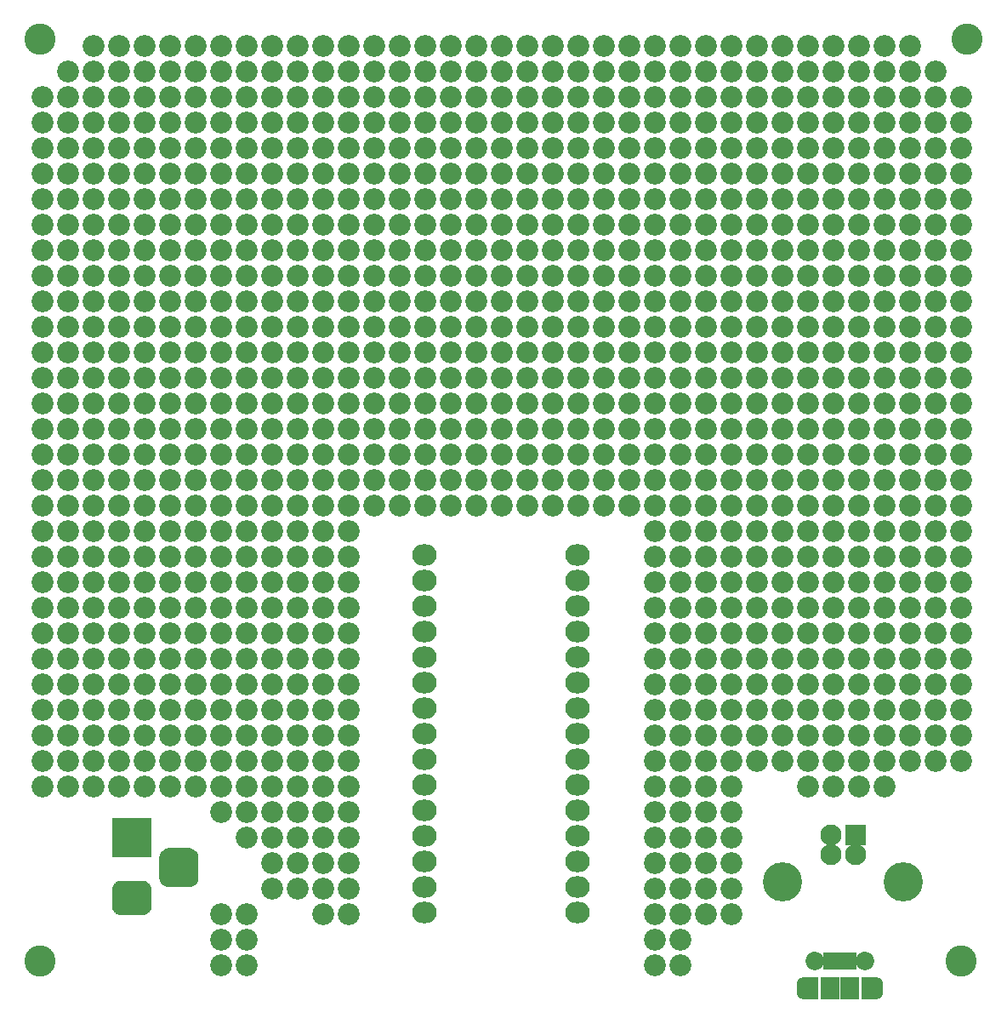
<source format=gts>
G04 #@! TF.GenerationSoftware,KiCad,Pcbnew,(5.0.0)*
G04 #@! TF.CreationDate,2019-08-07T20:49:05+02:00*
G04 #@! TF.ProjectId,Arduino_Nano_Breadboard,41726475696E6F5F4E616E6F5F427265,rev?*
G04 #@! TF.SameCoordinates,Original*
G04 #@! TF.FileFunction,Soldermask,Top*
G04 #@! TF.FilePolarity,Negative*
%FSLAX46Y46*%
G04 Gerber Fmt 4.6, Leading zero omitted, Abs format (unit mm)*
G04 Created by KiCad (PCBNEW (5.0.0)) date 08/07/19 20:49:05*
%MOMM*%
%LPD*%
G01*
G04 APERTURE LIST*
%ADD10C,2.178000*%
%ADD11C,3.900000*%
%ADD12C,2.100000*%
%ADD13R,2.100000X2.100000*%
%ADD14O,2.432000X2.127200*%
%ADD15C,3.100000*%
%ADD16C,0.100000*%
%ADD17C,3.400000*%
%ADD18R,3.900000X3.900000*%
%ADD19R,1.600000X2.300000*%
%ADD20O,1.600000X2.300000*%
%ADD21R,1.900000X2.300000*%
%ADD22C,1.850000*%
%ADD23R,0.800000X1.750000*%
G04 APERTURE END LIST*
D10*
G04 #@! TO.C,*
X99530000Y-139850000D03*
G04 #@! TD*
G04 #@! TO.C,*
X96990000Y-139850000D03*
G04 #@! TD*
G04 #@! TO.C,*
X81750000Y-50950000D03*
G04 #@! TD*
G04 #@! TO.C,*
X168110000Y-50950000D03*
G04 #@! TD*
G04 #@! TO.C,*
X165570000Y-50950000D03*
G04 #@! TD*
G04 #@! TO.C,*
X165570000Y-48410000D03*
G04 #@! TD*
G04 #@! TO.C,*
X157950000Y-50950000D03*
X155410000Y-50950000D03*
X155410000Y-48410000D03*
X157950000Y-48410000D03*
G04 #@! TD*
G04 #@! TO.C,*
X147790000Y-50950000D03*
X145250000Y-50950000D03*
X145250000Y-48410000D03*
X147790000Y-48410000D03*
G04 #@! TD*
G04 #@! TO.C,*
X163030000Y-50950000D03*
X160490000Y-50950000D03*
X160490000Y-48410000D03*
X163030000Y-48410000D03*
G04 #@! TD*
G04 #@! TO.C,*
X152870000Y-50950000D03*
X150330000Y-50950000D03*
X150330000Y-48410000D03*
X152870000Y-48410000D03*
G04 #@! TD*
G04 #@! TO.C,*
X137630000Y-50950000D03*
X135090000Y-50950000D03*
X135090000Y-48410000D03*
X137630000Y-48410000D03*
G04 #@! TD*
G04 #@! TO.C,*
X127470000Y-50950000D03*
X124930000Y-50950000D03*
X124930000Y-48410000D03*
X127470000Y-48410000D03*
G04 #@! TD*
G04 #@! TO.C,*
X142710000Y-50950000D03*
X140170000Y-50950000D03*
X140170000Y-48410000D03*
X142710000Y-48410000D03*
G04 #@! TD*
G04 #@! TO.C,*
X132550000Y-50950000D03*
X130010000Y-50950000D03*
X130010000Y-48410000D03*
X132550000Y-48410000D03*
G04 #@! TD*
G04 #@! TO.C,*
X122390000Y-48410000D03*
X119850000Y-48410000D03*
X119850000Y-50950000D03*
X122390000Y-50950000D03*
G04 #@! TD*
G04 #@! TO.C,*
X117310000Y-48410000D03*
X114770000Y-48410000D03*
X114770000Y-50950000D03*
X117310000Y-50950000D03*
G04 #@! TD*
G04 #@! TO.C,*
X112230000Y-48410000D03*
X109690000Y-48410000D03*
X109690000Y-50950000D03*
X112230000Y-50950000D03*
G04 #@! TD*
G04 #@! TO.C,*
X107150000Y-48410000D03*
X104610000Y-48410000D03*
X104610000Y-50950000D03*
X107150000Y-50950000D03*
G04 #@! TD*
G04 #@! TO.C,*
X102070000Y-48410000D03*
X99530000Y-48410000D03*
X99530000Y-50950000D03*
X102070000Y-50950000D03*
G04 #@! TD*
G04 #@! TO.C,*
X96990000Y-48410000D03*
X94450000Y-48410000D03*
X94450000Y-50950000D03*
X96990000Y-50950000D03*
G04 #@! TD*
G04 #@! TO.C,*
X91910000Y-48410000D03*
X89370000Y-48410000D03*
X89370000Y-50950000D03*
X91910000Y-50950000D03*
G04 #@! TD*
G04 #@! TO.C,*
X86830000Y-48410000D03*
X84290000Y-48410000D03*
X84290000Y-50950000D03*
X86830000Y-50950000D03*
G04 #@! TD*
G04 #@! TO.C,*
X79210000Y-122070000D03*
G04 #@! TD*
G04 #@! TO.C,*
X81750000Y-122070000D03*
G04 #@! TD*
G04 #@! TO.C,*
X84290000Y-122070000D03*
G04 #@! TD*
G04 #@! TO.C,*
X84290000Y-114450000D03*
X81750000Y-114450000D03*
X79210000Y-114450000D03*
X79210000Y-116990000D03*
X79210000Y-119530000D03*
X81750000Y-119530000D03*
X84290000Y-119530000D03*
X81750000Y-116990000D03*
X84290000Y-116990000D03*
G04 #@! TD*
G04 #@! TO.C,*
X84290000Y-106830000D03*
X81750000Y-106830000D03*
X79210000Y-106830000D03*
X79210000Y-109370000D03*
X79210000Y-111910000D03*
X81750000Y-111910000D03*
X84290000Y-111910000D03*
X81750000Y-109370000D03*
X84290000Y-109370000D03*
G04 #@! TD*
G04 #@! TO.C,*
X84290000Y-99210000D03*
X81750000Y-99210000D03*
X79210000Y-99210000D03*
X79210000Y-101750000D03*
X79210000Y-104290000D03*
X81750000Y-104290000D03*
X84290000Y-104290000D03*
X81750000Y-101750000D03*
X84290000Y-101750000D03*
G04 #@! TD*
G04 #@! TO.C,*
X84290000Y-91590000D03*
X81750000Y-91590000D03*
X79210000Y-91590000D03*
X79210000Y-94130000D03*
X79210000Y-96670000D03*
X81750000Y-96670000D03*
X84290000Y-96670000D03*
X81750000Y-94130000D03*
X84290000Y-94130000D03*
G04 #@! TD*
G04 #@! TO.C,*
X84290000Y-83970000D03*
X81750000Y-83970000D03*
X79210000Y-83970000D03*
X79210000Y-86510000D03*
X79210000Y-89050000D03*
X81750000Y-89050000D03*
X84290000Y-89050000D03*
X81750000Y-86510000D03*
X84290000Y-86510000D03*
G04 #@! TD*
G04 #@! TO.C,*
X84290000Y-76350000D03*
X81750000Y-76350000D03*
X79210000Y-76350000D03*
X79210000Y-78890000D03*
X79210000Y-81430000D03*
X81750000Y-81430000D03*
X84290000Y-81430000D03*
X81750000Y-78890000D03*
X84290000Y-78890000D03*
G04 #@! TD*
G04 #@! TO.C,*
X84290000Y-68730000D03*
X81750000Y-68730000D03*
X79210000Y-68730000D03*
X79210000Y-71270000D03*
X79210000Y-73810000D03*
X81750000Y-73810000D03*
X84290000Y-73810000D03*
X81750000Y-71270000D03*
X84290000Y-71270000D03*
G04 #@! TD*
G04 #@! TO.C,*
X84290000Y-61110000D03*
X81750000Y-61110000D03*
X79210000Y-61110000D03*
X79210000Y-63650000D03*
X79210000Y-66190000D03*
X81750000Y-66190000D03*
X84290000Y-66190000D03*
X81750000Y-63650000D03*
X84290000Y-63650000D03*
G04 #@! TD*
G04 #@! TO.C,*
X84290000Y-53490000D03*
X81750000Y-53490000D03*
X79210000Y-53490000D03*
X79210000Y-56030000D03*
X79210000Y-58570000D03*
X81750000Y-58570000D03*
X84290000Y-58570000D03*
X81750000Y-56030000D03*
X84290000Y-56030000D03*
G04 #@! TD*
G04 #@! TO.C,*
X170650000Y-86510000D03*
G04 #@! TD*
G04 #@! TO.C,*
X170650000Y-83970000D03*
G04 #@! TD*
G04 #@! TO.C,*
X170650000Y-119530000D03*
G04 #@! TD*
G04 #@! TO.C,*
X170650000Y-116990000D03*
G04 #@! TD*
G04 #@! TO.C,*
X170650000Y-114450000D03*
G04 #@! TD*
G04 #@! TO.C,*
X168110000Y-114450000D03*
G04 #@! TD*
G04 #@! TO.C,*
X147790000Y-129690000D03*
X145250000Y-129690000D03*
X145250000Y-127150000D03*
X147790000Y-127150000D03*
G04 #@! TD*
G04 #@! TO.C,*
X147790000Y-124610000D03*
X145250000Y-124610000D03*
X145250000Y-122070000D03*
X147790000Y-122070000D03*
G04 #@! TD*
G04 #@! TO.C,*
X147790000Y-119530000D03*
X145250000Y-119530000D03*
X145250000Y-116990000D03*
X147790000Y-116990000D03*
G04 #@! TD*
G04 #@! TO.C,*
X152870000Y-119530000D03*
X150330000Y-119530000D03*
X150330000Y-116990000D03*
X152870000Y-116990000D03*
G04 #@! TD*
G04 #@! TO.C,*
X157950000Y-119530000D03*
X155410000Y-119530000D03*
X155410000Y-116990000D03*
X157950000Y-116990000D03*
G04 #@! TD*
G04 #@! TO.C,*
X170650000Y-111910000D03*
X168110000Y-111910000D03*
X168110000Y-109370000D03*
X170650000Y-109370000D03*
G04 #@! TD*
G04 #@! TO.C,*
X170650000Y-106830000D03*
X168110000Y-106830000D03*
X168110000Y-104290000D03*
X170650000Y-104290000D03*
G04 #@! TD*
G04 #@! TO.C,*
X170650000Y-101750000D03*
X168110000Y-101750000D03*
X168110000Y-99210000D03*
X170650000Y-99210000D03*
G04 #@! TD*
G04 #@! TO.C,*
X170650000Y-96670000D03*
X168110000Y-96670000D03*
X168110000Y-94130000D03*
X170650000Y-94130000D03*
G04 #@! TD*
G04 #@! TO.C,*
X170650000Y-91590000D03*
X168110000Y-91590000D03*
X168110000Y-89050000D03*
X170650000Y-89050000D03*
G04 #@! TD*
G04 #@! TO.C,*
X168110000Y-86510000D03*
X165570000Y-86510000D03*
X165570000Y-83970000D03*
X168110000Y-83970000D03*
G04 #@! TD*
G04 #@! TO.C,*
X170650000Y-76350000D03*
X168110000Y-76350000D03*
X165570000Y-76350000D03*
X165570000Y-78890000D03*
X165570000Y-81430000D03*
X168110000Y-81430000D03*
X170650000Y-81430000D03*
X168110000Y-78890000D03*
X170650000Y-78890000D03*
G04 #@! TD*
G04 #@! TO.C,*
X170650000Y-68730000D03*
X168110000Y-68730000D03*
X165570000Y-68730000D03*
X165570000Y-71270000D03*
X165570000Y-73810000D03*
X168110000Y-73810000D03*
X170650000Y-73810000D03*
X168110000Y-71270000D03*
X170650000Y-71270000D03*
G04 #@! TD*
G04 #@! TO.C,*
X170650000Y-61110000D03*
X168110000Y-61110000D03*
X165570000Y-61110000D03*
X165570000Y-63650000D03*
X165570000Y-66190000D03*
X168110000Y-66190000D03*
X170650000Y-66190000D03*
X168110000Y-63650000D03*
X170650000Y-63650000D03*
G04 #@! TD*
G04 #@! TO.C,*
X170650000Y-53490000D03*
X168110000Y-53490000D03*
X165570000Y-53490000D03*
X165570000Y-56030000D03*
X165570000Y-58570000D03*
X168110000Y-58570000D03*
X170650000Y-58570000D03*
X168110000Y-56030000D03*
X170650000Y-56030000D03*
G04 #@! TD*
G04 #@! TO.C,*
X163030000Y-86510000D03*
G04 #@! TD*
G04 #@! TO.C,*
X160490000Y-86510000D03*
G04 #@! TD*
G04 #@! TO.C,*
X163030000Y-81430000D03*
X160490000Y-81430000D03*
X160490000Y-83970000D03*
X163030000Y-83970000D03*
G04 #@! TD*
G04 #@! TO.C,*
X157950000Y-58570000D03*
G04 #@! TD*
G04 #@! TO.C,*
X157950000Y-56030000D03*
G04 #@! TD*
G04 #@! TO.C,*
X155410000Y-56030000D03*
G04 #@! TD*
G04 #@! TO.C,*
X152870000Y-56030000D03*
G04 #@! TD*
G04 #@! TO.C,*
X150330000Y-56030000D03*
G04 #@! TD*
G04 #@! TO.C,*
X147790000Y-56030000D03*
G04 #@! TD*
G04 #@! TO.C,*
X145250000Y-56030000D03*
G04 #@! TD*
G04 #@! TO.C,*
X145250000Y-58570000D03*
G04 #@! TD*
G04 #@! TO.C,*
X145250000Y-61110000D03*
G04 #@! TD*
G04 #@! TO.C,*
X163030000Y-78890000D03*
G04 #@! TD*
G04 #@! TO.C,*
X163030000Y-76350000D03*
G04 #@! TD*
G04 #@! TO.C,*
X163030000Y-73810000D03*
G04 #@! TD*
G04 #@! TO.C,*
X104610000Y-129690000D03*
X102070000Y-129690000D03*
X102070000Y-132230000D03*
X104610000Y-132230000D03*
G04 #@! TD*
G04 #@! TO.C,*
X104610000Y-124610000D03*
X102070000Y-124610000D03*
X102070000Y-127150000D03*
X104610000Y-127150000D03*
G04 #@! TD*
G04 #@! TO.C,*
X107150000Y-53490000D03*
G04 #@! TD*
G04 #@! TO.C,*
X168110000Y-119530000D03*
X165570000Y-119530000D03*
X165570000Y-116990000D03*
X168110000Y-116990000D03*
G04 #@! TD*
G04 #@! TO.C,*
X99530000Y-137310000D03*
X96990000Y-137310000D03*
X96990000Y-134770000D03*
X99530000Y-134770000D03*
G04 #@! TD*
G04 #@! TO.C,*
X142710000Y-139850000D03*
X140170000Y-139850000D03*
X140170000Y-137310000D03*
X142710000Y-137310000D03*
G04 #@! TD*
G04 #@! TO.C,*
X163030000Y-56030000D03*
X160490000Y-56030000D03*
X160490000Y-53490000D03*
X163030000Y-53490000D03*
G04 #@! TD*
G04 #@! TO.C,*
X163030000Y-61110000D03*
X160490000Y-61110000D03*
X160490000Y-58570000D03*
X163030000Y-58570000D03*
G04 #@! TD*
G04 #@! TO.C,*
X165570000Y-106830000D03*
X163030000Y-106830000D03*
X163030000Y-104290000D03*
X165570000Y-104290000D03*
G04 #@! TD*
G04 #@! TO.C,*
X160490000Y-106830000D03*
X157950000Y-106830000D03*
X157950000Y-104290000D03*
X160490000Y-104290000D03*
G04 #@! TD*
G04 #@! TO.C,*
X155410000Y-106830000D03*
X152870000Y-106830000D03*
X152870000Y-104290000D03*
X155410000Y-104290000D03*
G04 #@! TD*
G04 #@! TO.C,*
X147790000Y-134770000D03*
X145250000Y-134770000D03*
X145250000Y-132230000D03*
X147790000Y-132230000D03*
G04 #@! TD*
G04 #@! TO.C,*
X142710000Y-132230000D03*
X140170000Y-132230000D03*
X140170000Y-129690000D03*
X142710000Y-129690000D03*
G04 #@! TD*
G04 #@! TO.C,*
X142710000Y-127150000D03*
X140170000Y-127150000D03*
X140170000Y-124610000D03*
X142710000Y-124610000D03*
G04 #@! TD*
G04 #@! TO.C,*
X142710000Y-122070000D03*
X140170000Y-122070000D03*
X140170000Y-119530000D03*
X142710000Y-119530000D03*
G04 #@! TD*
G04 #@! TO.C,*
X142710000Y-116990000D03*
X140170000Y-116990000D03*
X140170000Y-114450000D03*
X142710000Y-114450000D03*
G04 #@! TD*
G04 #@! TO.C,*
X142710000Y-111910000D03*
X140170000Y-111910000D03*
X140170000Y-109370000D03*
X142710000Y-109370000D03*
G04 #@! TD*
G04 #@! TO.C,*
X142710000Y-106830000D03*
X140170000Y-106830000D03*
X140170000Y-104290000D03*
X142710000Y-104290000D03*
G04 #@! TD*
G04 #@! TO.C,*
X142710000Y-101750000D03*
X140170000Y-101750000D03*
X140170000Y-99210000D03*
X142710000Y-99210000D03*
G04 #@! TD*
G04 #@! TO.C,*
X142710000Y-96670000D03*
X140170000Y-96670000D03*
X140170000Y-94130000D03*
X142710000Y-94130000D03*
G04 #@! TD*
G04 #@! TO.C,*
X109690000Y-132230000D03*
X107150000Y-132230000D03*
X107150000Y-129690000D03*
X109690000Y-129690000D03*
G04 #@! TD*
G04 #@! TO.C,*
X109690000Y-127150000D03*
X107150000Y-127150000D03*
X107150000Y-124610000D03*
X109690000Y-124610000D03*
G04 #@! TD*
G04 #@! TO.C,*
X109690000Y-122070000D03*
X107150000Y-122070000D03*
X107150000Y-119530000D03*
X109690000Y-119530000D03*
G04 #@! TD*
G04 #@! TO.C,*
X109690000Y-116990000D03*
X107150000Y-116990000D03*
X107150000Y-114450000D03*
X109690000Y-114450000D03*
G04 #@! TD*
G04 #@! TO.C,*
X109690000Y-111910000D03*
X107150000Y-111910000D03*
X107150000Y-109370000D03*
X109690000Y-109370000D03*
G04 #@! TD*
G04 #@! TO.C,*
X109690000Y-106830000D03*
X107150000Y-106830000D03*
X107150000Y-104290000D03*
X109690000Y-104290000D03*
G04 #@! TD*
G04 #@! TO.C,*
X109690000Y-101750000D03*
X107150000Y-101750000D03*
X107150000Y-99210000D03*
X109690000Y-99210000D03*
G04 #@! TD*
G04 #@! TO.C,*
X109690000Y-96670000D03*
X107150000Y-96670000D03*
X107150000Y-94130000D03*
X109690000Y-94130000D03*
G04 #@! TD*
G04 #@! TO.C,*
X163030000Y-66190000D03*
X160490000Y-66190000D03*
X160490000Y-63650000D03*
X163030000Y-63650000D03*
G04 #@! TD*
G04 #@! TO.C,*
X163030000Y-119530000D03*
X160490000Y-119530000D03*
X160490000Y-116990000D03*
X163030000Y-116990000D03*
G04 #@! TD*
G04 #@! TO.C,*
X150330000Y-61110000D03*
X147790000Y-61110000D03*
X147790000Y-58570000D03*
X150330000Y-58570000D03*
G04 #@! TD*
G04 #@! TO.C,*
X163030000Y-71270000D03*
X160490000Y-71270000D03*
X160490000Y-68730000D03*
X163030000Y-68730000D03*
G04 #@! TD*
G04 #@! TO.C,*
X89370000Y-122070000D03*
X86830000Y-122070000D03*
X86830000Y-119530000D03*
X89370000Y-119530000D03*
G04 #@! TD*
G04 #@! TO.C,*
X89370000Y-116990000D03*
X86830000Y-116990000D03*
X86830000Y-114450000D03*
X89370000Y-114450000D03*
G04 #@! TD*
G04 #@! TO.C,*
X89370000Y-111910000D03*
X86830000Y-111910000D03*
X86830000Y-109370000D03*
X89370000Y-109370000D03*
G04 #@! TD*
G04 #@! TO.C,*
X89370000Y-106830000D03*
X86830000Y-106830000D03*
X86830000Y-104290000D03*
X89370000Y-104290000D03*
G04 #@! TD*
G04 #@! TO.C,*
X89370000Y-101750000D03*
X86830000Y-101750000D03*
X86830000Y-99210000D03*
X89370000Y-99210000D03*
G04 #@! TD*
G04 #@! TO.C,*
X89370000Y-96670000D03*
X86830000Y-96670000D03*
X86830000Y-94130000D03*
X89370000Y-94130000D03*
G04 #@! TD*
G04 #@! TO.C,*
X89370000Y-91590000D03*
X86830000Y-91590000D03*
X86830000Y-89050000D03*
X89370000Y-89050000D03*
G04 #@! TD*
G04 #@! TO.C,*
X89370000Y-86510000D03*
X86830000Y-86510000D03*
X86830000Y-83970000D03*
X89370000Y-83970000D03*
G04 #@! TD*
G04 #@! TO.C,*
X89370000Y-81430000D03*
X86830000Y-81430000D03*
X86830000Y-78890000D03*
X89370000Y-78890000D03*
G04 #@! TD*
G04 #@! TO.C,*
X89370000Y-76350000D03*
X86830000Y-76350000D03*
X86830000Y-73810000D03*
X89370000Y-73810000D03*
G04 #@! TD*
G04 #@! TO.C,*
X89370000Y-71270000D03*
X86830000Y-71270000D03*
X86830000Y-68730000D03*
X89370000Y-68730000D03*
G04 #@! TD*
G04 #@! TO.C,*
X89370000Y-66190000D03*
X86830000Y-66190000D03*
X86830000Y-63650000D03*
X89370000Y-63650000D03*
G04 #@! TD*
G04 #@! TO.C,*
X89370000Y-61110000D03*
X86830000Y-61110000D03*
X86830000Y-58570000D03*
X89370000Y-58570000D03*
G04 #@! TD*
G04 #@! TO.C,*
X89370000Y-56030000D03*
X86830000Y-56030000D03*
X86830000Y-53490000D03*
X89370000Y-53490000D03*
G04 #@! TD*
G04 #@! TO.C,*
X155410000Y-78890000D03*
X152870000Y-78890000D03*
X152870000Y-76350000D03*
X155410000Y-76350000D03*
G04 #@! TD*
G04 #@! TO.C,*
X160490000Y-78890000D03*
X157950000Y-78890000D03*
X157950000Y-76350000D03*
X160490000Y-76350000D03*
G04 #@! TD*
G04 #@! TO.C,*
X99530000Y-127150000D03*
G04 #@! TD*
G04 #@! TO.C,*
X99530000Y-124610000D03*
G04 #@! TD*
G04 #@! TO.C,*
X96990000Y-124610000D03*
G04 #@! TD*
G04 #@! TO.C,*
X163030000Y-122070000D03*
G04 #@! TD*
G04 #@! TO.C,*
X160490000Y-122070000D03*
G04 #@! TD*
G04 #@! TO.C,*
X157950000Y-122070000D03*
G04 #@! TD*
G04 #@! TO.C,*
X155410000Y-122070000D03*
G04 #@! TD*
G04 #@! TO.C,*
X107150000Y-134770000D03*
G04 #@! TD*
G04 #@! TO.C,*
X109690000Y-134770000D03*
G04 #@! TD*
G04 #@! TO.C,*
X142710000Y-134770000D03*
G04 #@! TD*
G04 #@! TO.C,*
X140170000Y-134770000D03*
G04 #@! TD*
G04 #@! TO.C,*
X137630000Y-94130000D03*
G04 #@! TD*
G04 #@! TO.C,*
X135090000Y-94130000D03*
G04 #@! TD*
G04 #@! TO.C,*
X132550000Y-94130000D03*
G04 #@! TD*
G04 #@! TO.C,*
X130010000Y-94130000D03*
G04 #@! TD*
G04 #@! TO.C,*
X127470000Y-94130000D03*
G04 #@! TD*
G04 #@! TO.C,*
X124930000Y-94130000D03*
G04 #@! TD*
G04 #@! TO.C,*
X122390000Y-94130000D03*
G04 #@! TD*
G04 #@! TO.C,*
X119850000Y-94130000D03*
G04 #@! TD*
G04 #@! TO.C,*
X117310000Y-94130000D03*
G04 #@! TD*
G04 #@! TO.C,*
X114770000Y-94130000D03*
G04 #@! TD*
G04 #@! TO.C,*
X157950000Y-53490000D03*
G04 #@! TD*
G04 #@! TO.C,*
X155410000Y-53490000D03*
G04 #@! TD*
G04 #@! TO.C,*
X152870000Y-53490000D03*
G04 #@! TD*
G04 #@! TO.C,*
X160490000Y-73810000D03*
G04 #@! TD*
G04 #@! TO.C,*
X152870000Y-58570000D03*
G04 #@! TD*
G04 #@! TO.C,*
X155410000Y-58570000D03*
G04 #@! TD*
G04 #@! TO.C,*
X91910000Y-53490000D03*
G04 #@! TD*
G04 #@! TO.C,*
X96990000Y-53490000D03*
G04 #@! TD*
G04 #@! TO.C,*
X94450000Y-53490000D03*
G04 #@! TD*
G04 #@! TO.C,*
X99530000Y-53490000D03*
G04 #@! TD*
G04 #@! TO.C,*
X102070000Y-53490000D03*
G04 #@! TD*
G04 #@! TO.C,*
X104610000Y-53490000D03*
G04 #@! TD*
G04 #@! TO.C,*
X109690000Y-53490000D03*
G04 #@! TD*
G04 #@! TO.C,*
X119850000Y-53490000D03*
G04 #@! TD*
G04 #@! TO.C,*
X127470000Y-53490000D03*
G04 #@! TD*
G04 #@! TO.C,*
X122390000Y-53490000D03*
G04 #@! TD*
G04 #@! TO.C,*
X130010000Y-53490000D03*
G04 #@! TD*
G04 #@! TO.C,*
X112230000Y-53490000D03*
G04 #@! TD*
G04 #@! TO.C,*
X114770000Y-53490000D03*
G04 #@! TD*
G04 #@! TO.C,*
X117310000Y-53490000D03*
G04 #@! TD*
G04 #@! TO.C,*
X124930000Y-53490000D03*
G04 #@! TD*
G04 #@! TO.C,*
X132550000Y-53490000D03*
G04 #@! TD*
G04 #@! TO.C,*
X142710000Y-53490000D03*
G04 #@! TD*
G04 #@! TO.C,*
X150330000Y-53490000D03*
G04 #@! TD*
G04 #@! TO.C,*
X145250000Y-53490000D03*
G04 #@! TD*
G04 #@! TO.C,*
X135090000Y-53490000D03*
G04 #@! TD*
G04 #@! TO.C,*
X137630000Y-53490000D03*
G04 #@! TD*
G04 #@! TO.C,*
X140170000Y-53490000D03*
G04 #@! TD*
G04 #@! TO.C,*
X147790000Y-53490000D03*
G04 #@! TD*
G04 #@! TO.C,*
X112230000Y-94130000D03*
G04 #@! TD*
G04 #@! TO.C,*
X142710000Y-81430000D03*
X140170000Y-81430000D03*
X142710000Y-83970000D03*
X140170000Y-83970000D03*
X137630000Y-83970000D03*
X137630000Y-81430000D03*
X137630000Y-78890000D03*
X140170000Y-78890000D03*
X142710000Y-78890000D03*
G04 #@! TD*
G04 #@! TO.C,*
X165570000Y-99210000D03*
X163030000Y-99210000D03*
X165570000Y-101750000D03*
X163030000Y-101750000D03*
X160490000Y-101750000D03*
X160490000Y-99210000D03*
X160490000Y-96670000D03*
X163030000Y-96670000D03*
X165570000Y-96670000D03*
G04 #@! TD*
G04 #@! TO.C,*
X157950000Y-99210000D03*
X155410000Y-99210000D03*
X157950000Y-101750000D03*
X155410000Y-101750000D03*
X152870000Y-101750000D03*
X152870000Y-99210000D03*
X152870000Y-96670000D03*
X155410000Y-96670000D03*
X157950000Y-96670000D03*
G04 #@! TD*
G04 #@! TO.C,*
X165570000Y-91590000D03*
X163030000Y-91590000D03*
X165570000Y-94130000D03*
X163030000Y-94130000D03*
X160490000Y-94130000D03*
X160490000Y-91590000D03*
X160490000Y-89050000D03*
X163030000Y-89050000D03*
X165570000Y-89050000D03*
G04 #@! TD*
G04 #@! TO.C,*
X157950000Y-91590000D03*
X155410000Y-91590000D03*
X157950000Y-94130000D03*
X155410000Y-94130000D03*
X152870000Y-94130000D03*
X152870000Y-91590000D03*
X152870000Y-89050000D03*
X155410000Y-89050000D03*
X157950000Y-89050000D03*
G04 #@! TD*
G04 #@! TO.C,*
X157950000Y-83970000D03*
X155410000Y-83970000D03*
X157950000Y-86510000D03*
X155410000Y-86510000D03*
X152870000Y-86510000D03*
X152870000Y-83970000D03*
X152870000Y-81430000D03*
X155410000Y-81430000D03*
X157950000Y-81430000D03*
G04 #@! TD*
G04 #@! TO.C,*
X150330000Y-111910000D03*
X147790000Y-111910000D03*
X150330000Y-114450000D03*
X147790000Y-114450000D03*
X145250000Y-114450000D03*
X145250000Y-111910000D03*
X145250000Y-109370000D03*
X147790000Y-109370000D03*
X150330000Y-109370000D03*
G04 #@! TD*
G04 #@! TO.C,*
X150330000Y-104290000D03*
X147790000Y-104290000D03*
X150330000Y-106830000D03*
X147790000Y-106830000D03*
X145250000Y-106830000D03*
X145250000Y-104290000D03*
X145250000Y-101750000D03*
X147790000Y-101750000D03*
X150330000Y-101750000D03*
G04 #@! TD*
G04 #@! TO.C,*
X150330000Y-96670000D03*
X147790000Y-96670000D03*
X150330000Y-99210000D03*
X147790000Y-99210000D03*
X145250000Y-99210000D03*
X145250000Y-96670000D03*
X145250000Y-94130000D03*
X147790000Y-94130000D03*
X150330000Y-94130000D03*
G04 #@! TD*
G04 #@! TO.C,*
X112230000Y-89050000D03*
X109690000Y-89050000D03*
X112230000Y-91590000D03*
X109690000Y-91590000D03*
X107150000Y-91590000D03*
X107150000Y-89050000D03*
X107150000Y-86510000D03*
X109690000Y-86510000D03*
X112230000Y-86510000D03*
G04 #@! TD*
G04 #@! TO.C,*
X119850000Y-89050000D03*
X117310000Y-89050000D03*
X119850000Y-91590000D03*
X117310000Y-91590000D03*
X114770000Y-91590000D03*
X114770000Y-89050000D03*
X114770000Y-86510000D03*
X117310000Y-86510000D03*
X119850000Y-86510000D03*
G04 #@! TD*
G04 #@! TO.C,*
X127470000Y-89050000D03*
X124930000Y-89050000D03*
X127470000Y-91590000D03*
X124930000Y-91590000D03*
X122390000Y-91590000D03*
X122390000Y-89050000D03*
X122390000Y-86510000D03*
X124930000Y-86510000D03*
X127470000Y-86510000D03*
G04 #@! TD*
G04 #@! TO.C,*
X135090000Y-89050000D03*
X132550000Y-89050000D03*
X135090000Y-91590000D03*
X132550000Y-91590000D03*
X130010000Y-91590000D03*
X130010000Y-89050000D03*
X130010000Y-86510000D03*
X132550000Y-86510000D03*
X135090000Y-86510000D03*
G04 #@! TD*
G04 #@! TO.C,*
X142710000Y-89050000D03*
X140170000Y-89050000D03*
X142710000Y-91590000D03*
X140170000Y-91590000D03*
X137630000Y-91590000D03*
X137630000Y-89050000D03*
X137630000Y-86510000D03*
X140170000Y-86510000D03*
X142710000Y-86510000D03*
G04 #@! TD*
G04 #@! TO.C,*
X150330000Y-89050000D03*
X147790000Y-89050000D03*
X150330000Y-91590000D03*
X147790000Y-91590000D03*
X145250000Y-91590000D03*
X145250000Y-89050000D03*
X145250000Y-86510000D03*
X147790000Y-86510000D03*
X150330000Y-86510000D03*
G04 #@! TD*
G04 #@! TO.C,*
X150330000Y-81430000D03*
X147790000Y-81430000D03*
X150330000Y-83970000D03*
X147790000Y-83970000D03*
X145250000Y-83970000D03*
X145250000Y-81430000D03*
X145250000Y-78890000D03*
X147790000Y-78890000D03*
X150330000Y-78890000D03*
G04 #@! TD*
G04 #@! TO.C,*
X135090000Y-81430000D03*
X132550000Y-81430000D03*
X135090000Y-83970000D03*
X132550000Y-83970000D03*
X130010000Y-83970000D03*
X130010000Y-81430000D03*
X130010000Y-78890000D03*
X132550000Y-78890000D03*
X135090000Y-78890000D03*
G04 #@! TD*
G04 #@! TO.C,*
X127470000Y-81430000D03*
X124930000Y-81430000D03*
X127470000Y-83970000D03*
X124930000Y-83970000D03*
X122390000Y-83970000D03*
X122390000Y-81430000D03*
X122390000Y-78890000D03*
X124930000Y-78890000D03*
X127470000Y-78890000D03*
G04 #@! TD*
G04 #@! TO.C,*
X119850000Y-81430000D03*
X117310000Y-81430000D03*
X119850000Y-83970000D03*
X117310000Y-83970000D03*
X114770000Y-83970000D03*
X114770000Y-81430000D03*
X114770000Y-78890000D03*
X117310000Y-78890000D03*
X119850000Y-78890000D03*
G04 #@! TD*
G04 #@! TO.C,*
X112230000Y-81430000D03*
X109690000Y-81430000D03*
X112230000Y-83970000D03*
X109690000Y-83970000D03*
X107150000Y-83970000D03*
X107150000Y-81430000D03*
X107150000Y-78890000D03*
X109690000Y-78890000D03*
X112230000Y-78890000D03*
G04 #@! TD*
G04 #@! TO.C,*
X165570000Y-111910000D03*
X163030000Y-111910000D03*
X165570000Y-114450000D03*
X163030000Y-114450000D03*
X160490000Y-114450000D03*
X160490000Y-111910000D03*
X160490000Y-109370000D03*
X163030000Y-109370000D03*
X165570000Y-109370000D03*
G04 #@! TD*
G04 #@! TO.C,*
X157950000Y-111910000D03*
X155410000Y-111910000D03*
X157950000Y-114450000D03*
X155410000Y-114450000D03*
X152870000Y-114450000D03*
X152870000Y-111910000D03*
X152870000Y-109370000D03*
X155410000Y-109370000D03*
X157950000Y-109370000D03*
G04 #@! TD*
G04 #@! TO.C,*
X157950000Y-71270000D03*
X155410000Y-71270000D03*
X157950000Y-73810000D03*
X155410000Y-73810000D03*
X152870000Y-73810000D03*
X152870000Y-71270000D03*
X152870000Y-68730000D03*
X155410000Y-68730000D03*
X157950000Y-68730000D03*
G04 #@! TD*
G04 #@! TO.C,*
X157950000Y-63650000D03*
X155410000Y-63650000D03*
X157950000Y-66190000D03*
X155410000Y-66190000D03*
X152870000Y-66190000D03*
X152870000Y-63650000D03*
X152870000Y-61110000D03*
X155410000Y-61110000D03*
X157950000Y-61110000D03*
G04 #@! TD*
G04 #@! TO.C,*
X96990000Y-58570000D03*
X94450000Y-58570000D03*
X96990000Y-61110000D03*
X94450000Y-61110000D03*
X91910000Y-61110000D03*
X91910000Y-58570000D03*
X91910000Y-56030000D03*
X94450000Y-56030000D03*
X96990000Y-56030000D03*
G04 #@! TD*
G04 #@! TO.C,*
X96990000Y-66190000D03*
X94450000Y-66190000D03*
X96990000Y-68730000D03*
X94450000Y-68730000D03*
X91910000Y-68730000D03*
X91910000Y-66190000D03*
X91910000Y-63650000D03*
X94450000Y-63650000D03*
X96990000Y-63650000D03*
G04 #@! TD*
G04 #@! TO.C,*
X96990000Y-73810000D03*
X94450000Y-73810000D03*
X96990000Y-76350000D03*
X94450000Y-76350000D03*
X91910000Y-76350000D03*
X91910000Y-73810000D03*
X91910000Y-71270000D03*
X94450000Y-71270000D03*
X96990000Y-71270000D03*
G04 #@! TD*
G04 #@! TO.C,*
X96990000Y-104290000D03*
X94450000Y-104290000D03*
X96990000Y-106830000D03*
X94450000Y-106830000D03*
X91910000Y-106830000D03*
X91910000Y-104290000D03*
X91910000Y-101750000D03*
X94450000Y-101750000D03*
X96990000Y-101750000D03*
G04 #@! TD*
G04 #@! TO.C,*
X96990000Y-119530000D03*
X94450000Y-119530000D03*
X96990000Y-122070000D03*
X94450000Y-122070000D03*
X91910000Y-122070000D03*
X91910000Y-119530000D03*
X91910000Y-116990000D03*
X94450000Y-116990000D03*
X96990000Y-116990000D03*
G04 #@! TD*
G04 #@! TO.C,*
X96990000Y-89050000D03*
X94450000Y-89050000D03*
X96990000Y-91590000D03*
X94450000Y-91590000D03*
X91910000Y-91590000D03*
X91910000Y-89050000D03*
X91910000Y-86510000D03*
X94450000Y-86510000D03*
X96990000Y-86510000D03*
G04 #@! TD*
G04 #@! TO.C,*
X96990000Y-81430000D03*
X94450000Y-81430000D03*
X96990000Y-83970000D03*
X94450000Y-83970000D03*
X91910000Y-83970000D03*
X91910000Y-81430000D03*
X91910000Y-78890000D03*
X94450000Y-78890000D03*
X96990000Y-78890000D03*
G04 #@! TD*
G04 #@! TO.C,*
X96990000Y-96670000D03*
X94450000Y-96670000D03*
X96990000Y-99210000D03*
X94450000Y-99210000D03*
X91910000Y-99210000D03*
X91910000Y-96670000D03*
X91910000Y-94130000D03*
X94450000Y-94130000D03*
X96990000Y-94130000D03*
G04 #@! TD*
G04 #@! TO.C,*
X96990000Y-111910000D03*
X94450000Y-111910000D03*
X96990000Y-114450000D03*
X94450000Y-114450000D03*
X91910000Y-114450000D03*
X91910000Y-111910000D03*
X91910000Y-109370000D03*
X94450000Y-109370000D03*
X96990000Y-109370000D03*
G04 #@! TD*
G04 #@! TO.C,*
X135090000Y-73810000D03*
X132550000Y-73810000D03*
X135090000Y-76350000D03*
X132550000Y-76350000D03*
X130010000Y-76350000D03*
X130010000Y-73810000D03*
X130010000Y-71270000D03*
X132550000Y-71270000D03*
X135090000Y-71270000D03*
G04 #@! TD*
G04 #@! TO.C,*
X135090000Y-58570000D03*
X132550000Y-58570000D03*
X135090000Y-61110000D03*
X132550000Y-61110000D03*
X130010000Y-61110000D03*
X130010000Y-58570000D03*
X130010000Y-56030000D03*
X132550000Y-56030000D03*
X135090000Y-56030000D03*
G04 #@! TD*
G04 #@! TO.C,*
X142710000Y-73810000D03*
X140170000Y-73810000D03*
X142710000Y-76350000D03*
X140170000Y-76350000D03*
X137630000Y-76350000D03*
X137630000Y-73810000D03*
X137630000Y-71270000D03*
X140170000Y-71270000D03*
X142710000Y-71270000D03*
G04 #@! TD*
G04 #@! TO.C,*
X150330000Y-73810000D03*
X147790000Y-73810000D03*
X150330000Y-76350000D03*
X147790000Y-76350000D03*
X145250000Y-76350000D03*
X145250000Y-73810000D03*
X145250000Y-71270000D03*
X147790000Y-71270000D03*
X150330000Y-71270000D03*
G04 #@! TD*
G04 #@! TO.C,*
X142710000Y-66190000D03*
X140170000Y-66190000D03*
X142710000Y-68730000D03*
X140170000Y-68730000D03*
X137630000Y-68730000D03*
X137630000Y-66190000D03*
X137630000Y-63650000D03*
X140170000Y-63650000D03*
X142710000Y-63650000D03*
G04 #@! TD*
G04 #@! TO.C,*
X142710000Y-58570000D03*
X140170000Y-58570000D03*
X142710000Y-61110000D03*
X140170000Y-61110000D03*
X137630000Y-61110000D03*
X137630000Y-58570000D03*
X137630000Y-56030000D03*
X140170000Y-56030000D03*
X142710000Y-56030000D03*
G04 #@! TD*
G04 #@! TO.C,*
X150330000Y-66190000D03*
X147790000Y-66190000D03*
X150330000Y-68730000D03*
X147790000Y-68730000D03*
X145250000Y-68730000D03*
X145250000Y-66190000D03*
X145250000Y-63650000D03*
X147790000Y-63650000D03*
X150330000Y-63650000D03*
G04 #@! TD*
G04 #@! TO.C,*
X135090000Y-66190000D03*
X132550000Y-66190000D03*
X135090000Y-68730000D03*
X132550000Y-68730000D03*
X130010000Y-68730000D03*
X130010000Y-66190000D03*
X130010000Y-63650000D03*
X132550000Y-63650000D03*
X135090000Y-63650000D03*
G04 #@! TD*
G04 #@! TO.C,*
X127470000Y-73810000D03*
X124930000Y-73810000D03*
X127470000Y-76350000D03*
X124930000Y-76350000D03*
X122390000Y-76350000D03*
X122390000Y-73810000D03*
X122390000Y-71270000D03*
X124930000Y-71270000D03*
X127470000Y-71270000D03*
G04 #@! TD*
G04 #@! TO.C,*
X112230000Y-73810000D03*
X109690000Y-73810000D03*
X112230000Y-76350000D03*
X109690000Y-76350000D03*
X107150000Y-76350000D03*
X107150000Y-73810000D03*
X107150000Y-71270000D03*
X109690000Y-71270000D03*
X112230000Y-71270000D03*
G04 #@! TD*
G04 #@! TO.C,*
X119850000Y-73810000D03*
X117310000Y-73810000D03*
X119850000Y-76350000D03*
X117310000Y-76350000D03*
X114770000Y-76350000D03*
X114770000Y-73810000D03*
X114770000Y-71270000D03*
X117310000Y-71270000D03*
X119850000Y-71270000D03*
G04 #@! TD*
G04 #@! TO.C,*
X112230000Y-66190000D03*
X109690000Y-66190000D03*
X112230000Y-68730000D03*
X109690000Y-68730000D03*
X107150000Y-68730000D03*
X107150000Y-66190000D03*
X107150000Y-63650000D03*
X109690000Y-63650000D03*
X112230000Y-63650000D03*
G04 #@! TD*
G04 #@! TO.C,*
X112230000Y-58570000D03*
X109690000Y-58570000D03*
X112230000Y-61110000D03*
X109690000Y-61110000D03*
X107150000Y-61110000D03*
X107150000Y-58570000D03*
X107150000Y-56030000D03*
X109690000Y-56030000D03*
X112230000Y-56030000D03*
G04 #@! TD*
G04 #@! TO.C,*
X127470000Y-58570000D03*
X124930000Y-58570000D03*
X127470000Y-61110000D03*
X124930000Y-61110000D03*
X122390000Y-61110000D03*
X122390000Y-58570000D03*
X122390000Y-56030000D03*
X124930000Y-56030000D03*
X127470000Y-56030000D03*
G04 #@! TD*
G04 #@! TO.C,*
X119850000Y-66190000D03*
X117310000Y-66190000D03*
X119850000Y-68730000D03*
X117310000Y-68730000D03*
X114770000Y-68730000D03*
X114770000Y-66190000D03*
X114770000Y-63650000D03*
X117310000Y-63650000D03*
X119850000Y-63650000D03*
G04 #@! TD*
G04 #@! TO.C,*
X127470000Y-66190000D03*
X124930000Y-66190000D03*
X127470000Y-68730000D03*
X124930000Y-68730000D03*
X122390000Y-68730000D03*
X122390000Y-66190000D03*
X122390000Y-63650000D03*
X124930000Y-63650000D03*
X127470000Y-63650000D03*
G04 #@! TD*
G04 #@! TO.C,*
X119850000Y-58570000D03*
X117310000Y-58570000D03*
X119850000Y-61110000D03*
X117310000Y-61110000D03*
X114770000Y-61110000D03*
X114770000Y-58570000D03*
X114770000Y-56030000D03*
X117310000Y-56030000D03*
X119850000Y-56030000D03*
G04 #@! TD*
G04 #@! TO.C,*
X104610000Y-73810000D03*
X102070000Y-73810000D03*
X104610000Y-76350000D03*
X102070000Y-76350000D03*
X99530000Y-76350000D03*
X99530000Y-73810000D03*
X99530000Y-71270000D03*
X102070000Y-71270000D03*
X104610000Y-71270000D03*
G04 #@! TD*
G04 #@! TO.C,*
X104610000Y-58570000D03*
X102070000Y-58570000D03*
X104610000Y-61110000D03*
X102070000Y-61110000D03*
X99530000Y-61110000D03*
X99530000Y-58570000D03*
X99530000Y-56030000D03*
X102070000Y-56030000D03*
X104610000Y-56030000D03*
G04 #@! TD*
G04 #@! TO.C,*
X104610000Y-66190000D03*
X102070000Y-66190000D03*
X104610000Y-68730000D03*
X102070000Y-68730000D03*
X99530000Y-68730000D03*
X99530000Y-66190000D03*
X99530000Y-63650000D03*
X102070000Y-63650000D03*
X104610000Y-63650000D03*
G04 #@! TD*
G04 #@! TO.C,*
X104610000Y-119530000D03*
X102070000Y-119530000D03*
X104610000Y-122070000D03*
X102070000Y-122070000D03*
X99530000Y-122070000D03*
X99530000Y-119530000D03*
X99530000Y-116990000D03*
X102070000Y-116990000D03*
X104610000Y-116990000D03*
G04 #@! TD*
G04 #@! TO.C,*
X104610000Y-111910000D03*
X102070000Y-111910000D03*
X104610000Y-114450000D03*
X102070000Y-114450000D03*
X99530000Y-114450000D03*
X99530000Y-111910000D03*
X99530000Y-109370000D03*
X102070000Y-109370000D03*
X104610000Y-109370000D03*
G04 #@! TD*
G04 #@! TO.C,*
X104610000Y-104290000D03*
X102070000Y-104290000D03*
X104610000Y-106830000D03*
X102070000Y-106830000D03*
X99530000Y-106830000D03*
X99530000Y-104290000D03*
X99530000Y-101750000D03*
X102070000Y-101750000D03*
X104610000Y-101750000D03*
G04 #@! TD*
G04 #@! TO.C,*
X104610000Y-89050000D03*
X102070000Y-89050000D03*
X104610000Y-91590000D03*
X102070000Y-91590000D03*
X99530000Y-91590000D03*
X99530000Y-89050000D03*
X99530000Y-86510000D03*
X102070000Y-86510000D03*
X104610000Y-86510000D03*
G04 #@! TD*
G04 #@! TO.C,*
X104610000Y-96670000D03*
X102070000Y-96670000D03*
X104610000Y-99210000D03*
X102070000Y-99210000D03*
X99530000Y-99210000D03*
X99530000Y-96670000D03*
X99530000Y-94130000D03*
X102070000Y-94130000D03*
X104610000Y-94130000D03*
G04 #@! TD*
G04 #@! TO.C,*
X104610000Y-81430000D03*
X102070000Y-81430000D03*
X104610000Y-83970000D03*
X102070000Y-83970000D03*
X99530000Y-83970000D03*
X99530000Y-81430000D03*
X99530000Y-78890000D03*
X102070000Y-78890000D03*
X104610000Y-78890000D03*
G04 #@! TD*
D11*
G04 #@! TO.C,USB B*
X152895000Y-131595000D03*
X164935000Y-131595000D03*
D12*
X160165000Y-128885000D03*
X157665000Y-128885000D03*
X157665000Y-126885000D03*
D13*
X160165000Y-126885000D03*
G04 #@! TD*
D14*
G04 #@! TO.C,P2*
X132513568Y-134580100D03*
X132513568Y-132040100D03*
X132513568Y-129500100D03*
X132513568Y-126960100D03*
X132513568Y-124420100D03*
X132513568Y-121880100D03*
X132513568Y-119340100D03*
X132513568Y-116800100D03*
X132513568Y-114260100D03*
X132513568Y-111720100D03*
X132513568Y-109180100D03*
X132513568Y-106640100D03*
X132513568Y-104100100D03*
X132513568Y-101560100D03*
X132513568Y-99020100D03*
G04 #@! TD*
G04 #@! TO.C,P1*
X117273568Y-134580100D03*
X117273568Y-132040100D03*
X117273568Y-129500100D03*
X117273568Y-126960100D03*
X117273568Y-124420100D03*
X117273568Y-121880100D03*
X117273568Y-119340100D03*
X117273568Y-116800100D03*
X117273568Y-114260100D03*
X117273568Y-111720100D03*
X117273568Y-109180100D03*
X117273568Y-106640100D03*
X117273568Y-104100100D03*
X117273568Y-101560100D03*
X117273568Y-99020100D03*
G04 #@! TD*
D15*
G04 #@! TO.C,MK3*
X78920000Y-139450000D03*
G04 #@! TD*
G04 #@! TO.C,MK1*
X78920000Y-47775000D03*
G04 #@! TD*
G04 #@! TO.C,MK4*
X170650000Y-139450000D03*
G04 #@! TD*
G04 #@! TO.C,MK2*
X171285000Y-47775000D03*
G04 #@! TD*
D16*
G04 #@! TO.C,DC *
G36*
X93870567Y-128204695D02*
X93965213Y-128218734D01*
X94058028Y-128241983D01*
X94148116Y-128274217D01*
X94234612Y-128315127D01*
X94316681Y-128364317D01*
X94393533Y-128421315D01*
X94464429Y-128485571D01*
X94528685Y-128556467D01*
X94585683Y-128633319D01*
X94634873Y-128715388D01*
X94675783Y-128801884D01*
X94708017Y-128891972D01*
X94731266Y-128984787D01*
X94745305Y-129079433D01*
X94750000Y-129175000D01*
X94750000Y-131125000D01*
X94745305Y-131220567D01*
X94731266Y-131315213D01*
X94708017Y-131408028D01*
X94675783Y-131498116D01*
X94634873Y-131584612D01*
X94585683Y-131666681D01*
X94528685Y-131743533D01*
X94464429Y-131814429D01*
X94393533Y-131878685D01*
X94316681Y-131935683D01*
X94234612Y-131984873D01*
X94148116Y-132025783D01*
X94058028Y-132058017D01*
X93965213Y-132081266D01*
X93870567Y-132095305D01*
X93775000Y-132100000D01*
X91825000Y-132100000D01*
X91729433Y-132095305D01*
X91634787Y-132081266D01*
X91541972Y-132058017D01*
X91451884Y-132025783D01*
X91365388Y-131984873D01*
X91283319Y-131935683D01*
X91206467Y-131878685D01*
X91135571Y-131814429D01*
X91071315Y-131743533D01*
X91014317Y-131666681D01*
X90965127Y-131584612D01*
X90924217Y-131498116D01*
X90891983Y-131408028D01*
X90868734Y-131315213D01*
X90854695Y-131220567D01*
X90850000Y-131125000D01*
X90850000Y-129175000D01*
X90854695Y-129079433D01*
X90868734Y-128984787D01*
X90891983Y-128891972D01*
X90924217Y-128801884D01*
X90965127Y-128715388D01*
X91014317Y-128633319D01*
X91071315Y-128556467D01*
X91135571Y-128485571D01*
X91206467Y-128421315D01*
X91283319Y-128364317D01*
X91365388Y-128315127D01*
X91451884Y-128274217D01*
X91541972Y-128241983D01*
X91634787Y-128218734D01*
X91729433Y-128204695D01*
X91825000Y-128200000D01*
X93775000Y-128200000D01*
X93870567Y-128204695D01*
X93870567Y-128204695D01*
G37*
D11*
X92800000Y-130150000D03*
D16*
G36*
X89283315Y-131454093D02*
X89365827Y-131466333D01*
X89446742Y-131486601D01*
X89525281Y-131514702D01*
X89600687Y-131550367D01*
X89672235Y-131593251D01*
X89739234Y-131642941D01*
X89801041Y-131698959D01*
X89857059Y-131760766D01*
X89906749Y-131827765D01*
X89949633Y-131899313D01*
X89985298Y-131974719D01*
X90013399Y-132053258D01*
X90033667Y-132134173D01*
X90045907Y-132216685D01*
X90050000Y-132300000D01*
X90050000Y-134000000D01*
X90045907Y-134083315D01*
X90033667Y-134165827D01*
X90013399Y-134246742D01*
X89985298Y-134325281D01*
X89949633Y-134400687D01*
X89906749Y-134472235D01*
X89857059Y-134539234D01*
X89801041Y-134601041D01*
X89739234Y-134657059D01*
X89672235Y-134706749D01*
X89600687Y-134749633D01*
X89525281Y-134785298D01*
X89446742Y-134813399D01*
X89365827Y-134833667D01*
X89283315Y-134845907D01*
X89200000Y-134850000D01*
X87000000Y-134850000D01*
X86916685Y-134845907D01*
X86834173Y-134833667D01*
X86753258Y-134813399D01*
X86674719Y-134785298D01*
X86599313Y-134749633D01*
X86527765Y-134706749D01*
X86460766Y-134657059D01*
X86398959Y-134601041D01*
X86342941Y-134539234D01*
X86293251Y-134472235D01*
X86250367Y-134400687D01*
X86214702Y-134325281D01*
X86186601Y-134246742D01*
X86166333Y-134165827D01*
X86154093Y-134083315D01*
X86150000Y-134000000D01*
X86150000Y-132300000D01*
X86154093Y-132216685D01*
X86166333Y-132134173D01*
X86186601Y-132053258D01*
X86214702Y-131974719D01*
X86250367Y-131899313D01*
X86293251Y-131827765D01*
X86342941Y-131760766D01*
X86398959Y-131698959D01*
X86460766Y-131642941D01*
X86527765Y-131593251D01*
X86599313Y-131550367D01*
X86674719Y-131514702D01*
X86753258Y-131486601D01*
X86834173Y-131466333D01*
X86916685Y-131454093D01*
X87000000Y-131450000D01*
X89200000Y-131450000D01*
X89283315Y-131454093D01*
X89283315Y-131454093D01*
G37*
D17*
X88100000Y-133150000D03*
D18*
X88100000Y-127150000D03*
G04 #@! TD*
D19*
G04 #@! TO.C,REF\002A\002A*
X155685000Y-142130000D03*
X161485000Y-142130000D03*
D20*
X162085000Y-142130000D03*
X155085000Y-142130000D03*
D21*
X157585000Y-142130000D03*
D22*
X161085000Y-139430000D03*
D23*
X158585000Y-139430000D03*
X159235000Y-139430000D03*
X159885000Y-139430000D03*
X157285000Y-139430000D03*
X157935000Y-139430000D03*
D22*
X156085000Y-139430000D03*
D21*
X159585000Y-142130000D03*
G04 #@! TD*
M02*

</source>
